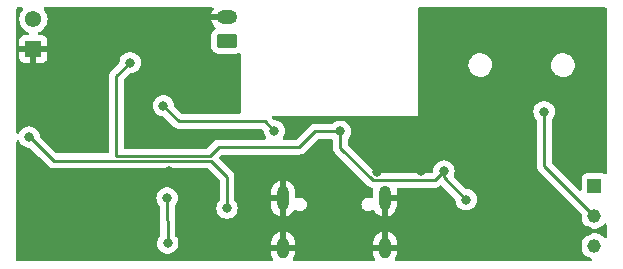
<source format=gbr>
%TF.GenerationSoftware,KiCad,Pcbnew,7.0.7*%
%TF.CreationDate,2024-02-01T03:43:03-06:00*%
%TF.ProjectId,Md-rev-1,4d642d72-6576-42d3-912e-6b696361645f,rev?*%
%TF.SameCoordinates,Original*%
%TF.FileFunction,Copper,L2,Bot*%
%TF.FilePolarity,Positive*%
%FSLAX46Y46*%
G04 Gerber Fmt 4.6, Leading zero omitted, Abs format (unit mm)*
G04 Created by KiCad (PCBNEW 7.0.7) date 2024-02-01 03:43:03*
%MOMM*%
%LPD*%
G01*
G04 APERTURE LIST*
G04 Aperture macros list*
%AMRoundRect*
0 Rectangle with rounded corners*
0 $1 Rounding radius*
0 $2 $3 $4 $5 $6 $7 $8 $9 X,Y pos of 4 corners*
0 Add a 4 corners polygon primitive as box body*
4,1,4,$2,$3,$4,$5,$6,$7,$8,$9,$2,$3,0*
0 Add four circle primitives for the rounded corners*
1,1,$1+$1,$2,$3*
1,1,$1+$1,$4,$5*
1,1,$1+$1,$6,$7*
1,1,$1+$1,$8,$9*
0 Add four rect primitives between the rounded corners*
20,1,$1+$1,$2,$3,$4,$5,0*
20,1,$1+$1,$4,$5,$6,$7,0*
20,1,$1+$1,$6,$7,$8,$9,0*
20,1,$1+$1,$8,$9,$2,$3,0*%
G04 Aperture macros list end*
%TA.AperFunction,ComponentPad*%
%ADD10R,1.378000X1.378000*%
%TD*%
%TA.AperFunction,ComponentPad*%
%ADD11C,1.378000*%
%TD*%
%TA.AperFunction,ComponentPad*%
%ADD12O,1.750000X1.200000*%
%TD*%
%TA.AperFunction,ComponentPad*%
%ADD13RoundRect,0.250000X0.625000X-0.350000X0.625000X0.350000X-0.625000X0.350000X-0.625000X-0.350000X0*%
%TD*%
%TA.AperFunction,ComponentPad*%
%ADD14C,1.160000*%
%TD*%
%TA.AperFunction,ComponentPad*%
%ADD15R,1.160000X1.160000*%
%TD*%
%TA.AperFunction,ComponentPad*%
%ADD16O,1.000000X2.100000*%
%TD*%
%TA.AperFunction,ComponentPad*%
%ADD17O,1.000000X1.800000*%
%TD*%
%TA.AperFunction,ViaPad*%
%ADD18C,0.800000*%
%TD*%
%TA.AperFunction,Conductor*%
%ADD19C,0.250000*%
%TD*%
G04 APERTURE END LIST*
D10*
%TO.P,,1*%
%TO.N,GND*%
X131450000Y-107670000D03*
%TD*%
D11*
%TO.P,,2*%
%TO.N,VDD*%
X131450000Y-105130000D03*
%TD*%
D12*
%TO.P,,2,2*%
%TO.N,GND*%
X147850000Y-105000000D03*
%TD*%
D13*
%TO.P,,1,1*%
%TO.N,/VBAT*%
X147850000Y-107000000D03*
%TD*%
D14*
%TO.P,,3*%
%TO.N,/OUTPUT*%
X178940000Y-124340000D03*
%TD*%
%TO.P,,2*%
%TO.N,Net-(J2-Pad2)*%
X178940000Y-121800000D03*
%TD*%
D15*
%TO.P,,1*%
%TO.N,unconnected-(R9-Pad1)*%
X178940000Y-119260000D03*
%TD*%
D16*
%TO.P,J1,S1,SHIELD*%
%TO.N,GND*%
X152580000Y-120325000D03*
D17*
X152580000Y-124505000D03*
D16*
X161220000Y-120325000D03*
D17*
X161220000Y-124505000D03*
%TD*%
D18*
%TO.N,GND*%
X178430000Y-123070000D03*
X164280000Y-117970000D03*
X170310000Y-117760000D03*
X161240000Y-114740000D03*
X164470000Y-114700000D03*
X167670000Y-114720000D03*
X170750000Y-114780000D03*
X179400000Y-114750000D03*
%TO.N,Net-(J2-Pad2)*%
X174690000Y-112980000D03*
%TO.N,GND*%
X168320000Y-123020000D03*
%TO.N,/VBAT*%
X142450000Y-112480000D03*
X151850000Y-114620000D03*
%TO.N,VDD*%
X157430000Y-114640000D03*
X168080000Y-120420000D03*
X166200000Y-118010000D03*
X139630000Y-108830000D03*
%TO.N,Net-(D2-A)*%
X147840000Y-121160000D03*
X131080000Y-115130000D03*
%TO.N,GND*%
X145240000Y-123255000D03*
X160540000Y-118120000D03*
X142890000Y-117970000D03*
X173080000Y-105010000D03*
%TO.N,/5V*%
X142770000Y-120280000D03*
X142820000Y-124110000D03*
%TD*%
D19*
%TO.N,Net-(J2-Pad2)*%
X174690000Y-112980000D02*
X174690000Y-117550000D01*
X174690000Y-117550000D02*
X178940000Y-121800000D01*
%TO.N,VDD*%
X157430000Y-114640000D02*
X155314595Y-114640000D01*
X138470000Y-116740000D02*
X138470000Y-109990000D01*
X146360000Y-116740000D02*
X138470000Y-116740000D01*
X155314595Y-114640000D02*
X153974595Y-115980000D01*
X147120000Y-115980000D02*
X146360000Y-116740000D01*
X138470000Y-109990000D02*
X139630000Y-108830000D01*
X153974595Y-115980000D02*
X147120000Y-115980000D01*
%TO.N,/VBAT*%
X151850000Y-114620000D02*
X151020000Y-113790000D01*
X151020000Y-113790000D02*
X143760000Y-113790000D01*
X143760000Y-113790000D02*
X142450000Y-112480000D01*
%TO.N,VDD*%
X157430000Y-114640000D02*
X157440000Y-114670000D01*
X157440000Y-116020000D02*
X157430000Y-114640000D01*
X160215000Y-118795000D02*
X157440000Y-116020000D01*
X165415000Y-118795000D02*
X160215000Y-118795000D01*
X166200000Y-118010000D02*
X165415000Y-118795000D01*
X168080000Y-120420000D02*
X166200000Y-118540000D01*
X166200000Y-118540000D02*
X166200000Y-118010000D01*
%TO.N,Net-(D2-A)*%
X133150000Y-117140000D02*
X131140000Y-115130000D01*
X147840000Y-118480000D02*
X146500000Y-117140000D01*
X131080000Y-115130000D02*
X131080000Y-115070000D01*
X131140000Y-115130000D02*
X131080000Y-115130000D01*
X147840000Y-121160000D02*
X147840000Y-118480000D01*
X131080000Y-115070000D02*
X131140000Y-115130000D01*
X146500000Y-117140000D02*
X133150000Y-117140000D01*
%TO.N,/5V*%
X142820000Y-124110000D02*
X142770000Y-124110000D01*
X142770000Y-120280000D02*
X142820000Y-124110000D01*
%TD*%
%TA.AperFunction,Conductor*%
%TO.N,GND*%
G36*
X179942539Y-104160185D02*
G01*
X179988294Y-104212989D01*
X179999500Y-104264500D01*
X179999499Y-118166026D01*
X179979814Y-118233065D01*
X179927010Y-118278820D01*
X179857852Y-118288764D01*
X179801188Y-118265292D01*
X179762331Y-118236204D01*
X179762328Y-118236202D01*
X179627482Y-118185908D01*
X179627483Y-118185908D01*
X179567883Y-118179501D01*
X179567881Y-118179500D01*
X179567873Y-118179500D01*
X179567864Y-118179500D01*
X178312129Y-118179500D01*
X178312123Y-118179501D01*
X178252516Y-118185908D01*
X178117671Y-118236202D01*
X178117664Y-118236206D01*
X178002455Y-118322452D01*
X178002452Y-118322455D01*
X177916206Y-118437664D01*
X177916202Y-118437671D01*
X177865908Y-118572517D01*
X177859501Y-118632116D01*
X177859500Y-118632135D01*
X177859500Y-119535547D01*
X177839815Y-119602586D01*
X177787011Y-119648341D01*
X177717853Y-119658285D01*
X177654297Y-119629260D01*
X177647819Y-119623228D01*
X175351819Y-117327228D01*
X175318334Y-117265905D01*
X175315500Y-117239547D01*
X175315500Y-113678687D01*
X175335185Y-113611648D01*
X175347350Y-113595715D01*
X175365891Y-113575122D01*
X175422533Y-113512216D01*
X175517179Y-113348284D01*
X175575674Y-113168256D01*
X175595460Y-112980000D01*
X175575674Y-112791744D01*
X175517179Y-112611716D01*
X175422533Y-112447784D01*
X175295871Y-112307112D01*
X175274719Y-112291744D01*
X175142734Y-112195851D01*
X175142729Y-112195848D01*
X174969807Y-112118857D01*
X174969802Y-112118855D01*
X174824000Y-112087865D01*
X174784646Y-112079500D01*
X174595354Y-112079500D01*
X174562897Y-112086398D01*
X174410197Y-112118855D01*
X174410192Y-112118857D01*
X174237270Y-112195848D01*
X174237265Y-112195851D01*
X174084129Y-112307111D01*
X173957466Y-112447785D01*
X173862821Y-112611715D01*
X173862818Y-112611722D01*
X173804327Y-112791740D01*
X173804326Y-112791744D01*
X173784540Y-112980000D01*
X173804326Y-113168256D01*
X173804327Y-113168259D01*
X173862818Y-113348277D01*
X173862821Y-113348284D01*
X173957466Y-113512215D01*
X174032649Y-113595715D01*
X174062879Y-113658707D01*
X174064499Y-113678687D01*
X174064500Y-117467255D01*
X174062775Y-117482872D01*
X174063061Y-117482899D01*
X174062326Y-117490665D01*
X174064500Y-117559814D01*
X174064500Y-117589343D01*
X174064501Y-117589360D01*
X174065368Y-117596231D01*
X174065826Y-117602050D01*
X174067290Y-117648624D01*
X174067291Y-117648627D01*
X174072880Y-117667867D01*
X174076824Y-117686911D01*
X174079336Y-117706792D01*
X174089952Y-117733606D01*
X174096490Y-117750119D01*
X174098382Y-117755647D01*
X174111381Y-117800388D01*
X174121580Y-117817634D01*
X174130138Y-117835103D01*
X174137514Y-117853732D01*
X174164898Y-117891423D01*
X174168106Y-117896307D01*
X174191827Y-117936416D01*
X174191833Y-117936424D01*
X174205990Y-117950580D01*
X174218628Y-117965376D01*
X174230405Y-117981586D01*
X174230406Y-117981587D01*
X174266309Y-118011288D01*
X174270620Y-118015210D01*
X176090320Y-119834910D01*
X177830716Y-121575306D01*
X177864201Y-121636629D01*
X177866506Y-121674427D01*
X177854871Y-121799997D01*
X177854870Y-121800000D01*
X177873346Y-121999391D01*
X177873347Y-121999393D01*
X177928145Y-122191989D01*
X177928151Y-122192004D01*
X178017401Y-122371241D01*
X178017406Y-122371249D01*
X178138081Y-122531049D01*
X178265386Y-122647102D01*
X178286064Y-122665952D01*
X178456316Y-122771368D01*
X178643040Y-122843705D01*
X178839877Y-122880500D01*
X178839879Y-122880500D01*
X179040121Y-122880500D01*
X179040123Y-122880500D01*
X179236960Y-122843705D01*
X179423684Y-122771368D01*
X179593936Y-122665952D01*
X179741920Y-122531047D01*
X179776546Y-122485193D01*
X179832654Y-122443559D01*
X179902366Y-122438866D01*
X179963548Y-122472608D01*
X179996776Y-122534071D01*
X179999500Y-122559921D01*
X179999500Y-123580078D01*
X179979815Y-123647117D01*
X179927011Y-123692872D01*
X179857853Y-123702816D01*
X179794297Y-123673791D01*
X179776546Y-123654805D01*
X179741918Y-123608951D01*
X179593937Y-123474049D01*
X179593936Y-123474048D01*
X179506239Y-123419748D01*
X179423685Y-123368632D01*
X179423683Y-123368631D01*
X179272721Y-123310149D01*
X179236960Y-123296295D01*
X179040123Y-123259500D01*
X178839877Y-123259500D01*
X178643040Y-123296295D01*
X178643037Y-123296295D01*
X178643037Y-123296296D01*
X178456316Y-123368631D01*
X178456314Y-123368632D01*
X178286062Y-123474049D01*
X178138081Y-123608950D01*
X178017406Y-123768750D01*
X178017401Y-123768758D01*
X177928151Y-123947995D01*
X177928145Y-123948010D01*
X177873347Y-124140606D01*
X177873346Y-124140608D01*
X177854870Y-124339999D01*
X177854870Y-124340000D01*
X177873346Y-124539391D01*
X177873347Y-124539393D01*
X177928145Y-124731989D01*
X177928151Y-124732004D01*
X178017401Y-124911241D01*
X178017406Y-124911249D01*
X178138081Y-125071049D01*
X178265386Y-125187102D01*
X178286064Y-125205952D01*
X178415733Y-125286240D01*
X178440202Y-125301391D01*
X178456316Y-125311368D01*
X178643040Y-125383705D01*
X178643044Y-125383705D01*
X178643045Y-125383706D01*
X178648547Y-125385272D01*
X178648200Y-125386489D01*
X178704820Y-125415278D01*
X178740095Y-125475590D01*
X178737162Y-125545398D01*
X178696954Y-125602539D01*
X178632236Y-125628870D01*
X178619756Y-125629500D01*
X162171497Y-125629500D01*
X162104458Y-125609815D01*
X162058703Y-125557011D01*
X162048759Y-125487853D01*
X162069722Y-125434663D01*
X162098856Y-125392804D01*
X162179059Y-125205907D01*
X162220000Y-125006690D01*
X162220000Y-124755000D01*
X161644000Y-124755000D01*
X161576961Y-124735315D01*
X161531206Y-124682511D01*
X161520000Y-124631000D01*
X161520000Y-124379000D01*
X161539685Y-124311961D01*
X161592489Y-124266206D01*
X161644000Y-124255000D01*
X162220000Y-124255000D01*
X162220000Y-124054286D01*
X162204581Y-123902661D01*
X162143700Y-123708618D01*
X162143695Y-123708608D01*
X162044994Y-123530784D01*
X162044994Y-123530783D01*
X161912521Y-123376469D01*
X161912520Y-123376468D01*
X161751695Y-123251981D01*
X161569093Y-123162411D01*
X161470000Y-123136753D01*
X161470000Y-123700021D01*
X161450315Y-123767060D01*
X161397511Y-123812815D01*
X161328353Y-123822759D01*
X161312066Y-123819287D01*
X161248162Y-123801105D01*
X161248162Y-123801104D01*
X161136475Y-123811454D01*
X161127931Y-123813885D01*
X161058064Y-123813297D01*
X160999606Y-123775028D01*
X160971118Y-123711230D01*
X160970000Y-123694618D01*
X160970000Y-123131633D01*
X160968053Y-123131931D01*
X160968047Y-123131933D01*
X160777342Y-123202562D01*
X160777335Y-123202565D01*
X160604732Y-123310149D01*
X160457331Y-123450264D01*
X160457330Y-123450266D01*
X160341143Y-123617195D01*
X160260940Y-123804092D01*
X160220000Y-124003309D01*
X160220000Y-124255000D01*
X160796000Y-124255000D01*
X160863039Y-124274685D01*
X160908794Y-124327489D01*
X160920000Y-124379000D01*
X160920000Y-124631000D01*
X160900315Y-124698039D01*
X160847511Y-124743794D01*
X160796000Y-124755000D01*
X160220000Y-124755000D01*
X160220000Y-124955713D01*
X160235418Y-125107338D01*
X160296299Y-125301381D01*
X160296304Y-125301391D01*
X160376193Y-125445322D01*
X160391516Y-125513491D01*
X160367553Y-125579122D01*
X160311910Y-125621379D01*
X160267774Y-125629500D01*
X153531497Y-125629500D01*
X153464458Y-125609815D01*
X153418703Y-125557011D01*
X153408759Y-125487853D01*
X153429722Y-125434663D01*
X153458856Y-125392804D01*
X153539059Y-125205907D01*
X153580000Y-125006690D01*
X153580000Y-124755000D01*
X153004000Y-124755000D01*
X152936961Y-124735315D01*
X152891206Y-124682511D01*
X152880000Y-124631000D01*
X152880000Y-124379000D01*
X152899685Y-124311961D01*
X152952489Y-124266206D01*
X153004000Y-124255000D01*
X153580000Y-124255000D01*
X153580000Y-124054286D01*
X153564581Y-123902661D01*
X153503700Y-123708618D01*
X153503695Y-123708608D01*
X153404994Y-123530784D01*
X153404994Y-123530783D01*
X153272521Y-123376469D01*
X153272520Y-123376468D01*
X153111695Y-123251981D01*
X152929093Y-123162411D01*
X152830000Y-123136753D01*
X152830000Y-123700021D01*
X152810315Y-123767060D01*
X152757511Y-123812815D01*
X152688353Y-123822759D01*
X152672066Y-123819287D01*
X152608162Y-123801105D01*
X152608162Y-123801104D01*
X152496475Y-123811454D01*
X152487931Y-123813885D01*
X152418064Y-123813297D01*
X152359606Y-123775028D01*
X152331118Y-123711230D01*
X152330000Y-123694618D01*
X152330000Y-123131633D01*
X152328053Y-123131931D01*
X152328047Y-123131933D01*
X152137342Y-123202562D01*
X152137335Y-123202565D01*
X151964732Y-123310149D01*
X151817331Y-123450264D01*
X151817330Y-123450266D01*
X151701143Y-123617195D01*
X151620940Y-123804092D01*
X151580000Y-124003309D01*
X151580000Y-124255000D01*
X152156000Y-124255000D01*
X152223039Y-124274685D01*
X152268794Y-124327489D01*
X152280000Y-124379000D01*
X152280000Y-124631000D01*
X152260315Y-124698039D01*
X152207511Y-124743794D01*
X152156000Y-124755000D01*
X151580000Y-124755000D01*
X151580000Y-124955713D01*
X151595418Y-125107338D01*
X151656299Y-125301381D01*
X151656304Y-125301391D01*
X151736193Y-125445322D01*
X151751516Y-125513491D01*
X151727553Y-125579122D01*
X151671910Y-125621379D01*
X151627774Y-125629500D01*
X130124500Y-125629500D01*
X130057461Y-125609815D01*
X130011706Y-125557011D01*
X130000500Y-125505500D01*
X130000500Y-120280000D01*
X141864540Y-120280000D01*
X141884326Y-120468256D01*
X141884327Y-120468259D01*
X141942818Y-120648277D01*
X141942821Y-120648284D01*
X142037467Y-120812216D01*
X142121840Y-120905922D01*
X142152070Y-120968912D01*
X142153679Y-120987274D01*
X142185435Y-123419748D01*
X142166628Y-123487039D01*
X142153597Y-123504338D01*
X142087466Y-123577785D01*
X141992821Y-123741715D01*
X141992818Y-123741722D01*
X141953917Y-123861448D01*
X141934326Y-123921744D01*
X141914540Y-124110000D01*
X141934326Y-124298256D01*
X141934327Y-124298259D01*
X141992818Y-124478277D01*
X141992821Y-124478284D01*
X142087467Y-124642216D01*
X142214128Y-124782888D01*
X142214129Y-124782888D01*
X142367265Y-124894148D01*
X142367270Y-124894151D01*
X142540192Y-124971142D01*
X142540197Y-124971144D01*
X142725354Y-125010500D01*
X142725355Y-125010500D01*
X142914644Y-125010500D01*
X142914646Y-125010500D01*
X143099803Y-124971144D01*
X143272730Y-124894151D01*
X143425871Y-124782888D01*
X143552533Y-124642216D01*
X143647179Y-124478284D01*
X143705674Y-124298256D01*
X143725460Y-124110000D01*
X143705674Y-123921744D01*
X143647179Y-123741716D01*
X143575287Y-123617195D01*
X143552535Y-123577787D01*
X143552534Y-123577786D01*
X143552533Y-123577784D01*
X143468156Y-123484074D01*
X143437928Y-123421086D01*
X143436319Y-123402733D01*
X143404563Y-120970249D01*
X143423370Y-120902960D01*
X143436400Y-120885662D01*
X143502533Y-120812216D01*
X143597179Y-120648284D01*
X143655674Y-120468256D01*
X143675460Y-120280000D01*
X143655674Y-120091744D01*
X143597179Y-119911716D01*
X143502533Y-119747784D01*
X143375871Y-119607112D01*
X143375870Y-119607111D01*
X143222734Y-119495851D01*
X143222729Y-119495848D01*
X143049807Y-119418857D01*
X143049802Y-119418855D01*
X142896054Y-119386176D01*
X142864646Y-119379500D01*
X142675354Y-119379500D01*
X142643946Y-119386176D01*
X142490197Y-119418855D01*
X142490192Y-119418857D01*
X142317270Y-119495848D01*
X142317265Y-119495851D01*
X142164129Y-119607111D01*
X142037466Y-119747785D01*
X141942821Y-119911715D01*
X141942818Y-119911722D01*
X141897330Y-120051722D01*
X141884326Y-120091744D01*
X141864540Y-120280000D01*
X130000500Y-120280000D01*
X130000500Y-115504625D01*
X130020185Y-115437586D01*
X130072989Y-115391831D01*
X130142147Y-115381887D01*
X130205703Y-115410912D01*
X130242431Y-115466308D01*
X130252817Y-115498275D01*
X130252821Y-115498284D01*
X130347467Y-115662216D01*
X130474128Y-115802888D01*
X130474129Y-115802888D01*
X130627265Y-115914148D01*
X130627270Y-115914151D01*
X130800192Y-115991142D01*
X130800197Y-115991144D01*
X130985354Y-116030500D01*
X131104548Y-116030500D01*
X131171587Y-116050185D01*
X131192228Y-116066818D01*
X131952074Y-116826665D01*
X132649197Y-117523788D01*
X132659022Y-117536051D01*
X132659243Y-117535869D01*
X132664214Y-117541878D01*
X132690217Y-117566295D01*
X132714635Y-117589226D01*
X132735529Y-117610120D01*
X132741011Y-117614373D01*
X132745443Y-117618157D01*
X132779418Y-117650062D01*
X132796976Y-117659714D01*
X132813235Y-117670395D01*
X132829064Y-117682673D01*
X132871838Y-117701182D01*
X132877056Y-117703738D01*
X132917908Y-117726197D01*
X132937316Y-117731180D01*
X132955717Y-117737480D01*
X132974104Y-117745437D01*
X133017488Y-117752308D01*
X133020119Y-117752725D01*
X133025839Y-117753909D01*
X133070981Y-117765500D01*
X133091016Y-117765500D01*
X133110414Y-117767026D01*
X133130194Y-117770159D01*
X133130195Y-117770160D01*
X133130195Y-117770159D01*
X133130196Y-117770160D01*
X133176583Y-117765775D01*
X133182422Y-117765500D01*
X146189548Y-117765500D01*
X146256587Y-117785185D01*
X146277229Y-117801819D01*
X147178181Y-118702771D01*
X147211666Y-118764094D01*
X147214500Y-118790452D01*
X147214500Y-120461312D01*
X147194815Y-120528351D01*
X147182650Y-120544284D01*
X147107466Y-120627784D01*
X147012821Y-120791715D01*
X147012818Y-120791722D01*
X146960671Y-120952216D01*
X146954326Y-120971744D01*
X146934540Y-121160000D01*
X146954326Y-121348256D01*
X146954327Y-121348259D01*
X147012818Y-121528277D01*
X147012821Y-121528284D01*
X147107467Y-121692216D01*
X147220354Y-121817589D01*
X147234129Y-121832888D01*
X147387265Y-121944148D01*
X147387270Y-121944151D01*
X147560192Y-122021142D01*
X147560197Y-122021144D01*
X147745354Y-122060500D01*
X147745355Y-122060500D01*
X147934644Y-122060500D01*
X147934646Y-122060500D01*
X148119803Y-122021144D01*
X148292730Y-121944151D01*
X148445871Y-121832888D01*
X148572533Y-121692216D01*
X148667179Y-121528284D01*
X148725674Y-121348256D01*
X148745460Y-121160000D01*
X148725674Y-120971744D01*
X148710718Y-120925713D01*
X151580000Y-120925713D01*
X151595418Y-121077338D01*
X151656299Y-121271381D01*
X151656304Y-121271391D01*
X151755005Y-121449215D01*
X151755005Y-121449216D01*
X151887478Y-121603530D01*
X151887479Y-121603531D01*
X152048304Y-121728018D01*
X152230907Y-121817589D01*
X152330000Y-121843244D01*
X152330000Y-121279978D01*
X152349685Y-121212939D01*
X152402489Y-121167184D01*
X152471647Y-121157240D01*
X152487926Y-121160709D01*
X152551840Y-121178895D01*
X152663521Y-121168546D01*
X152663526Y-121168543D01*
X152672063Y-121166115D01*
X152741930Y-121166701D01*
X152800390Y-121204966D01*
X152828881Y-121268763D01*
X152830000Y-121285381D01*
X152830000Y-121848366D01*
X152831944Y-121848069D01*
X152831945Y-121848069D01*
X153022660Y-121777436D01*
X153022664Y-121777434D01*
X153195267Y-121669850D01*
X153342668Y-121529735D01*
X153342669Y-121529733D01*
X153458855Y-121362805D01*
X153471921Y-121332358D01*
X153516447Y-121278513D01*
X153583015Y-121257289D01*
X153650491Y-121275423D01*
X153661359Y-121282880D01*
X153692728Y-121306950D01*
X153719767Y-121327698D01*
X153859764Y-121385687D01*
X153972280Y-121400500D01*
X153972287Y-121400500D01*
X154047713Y-121400500D01*
X154047720Y-121400500D01*
X154160236Y-121385687D01*
X154300233Y-121327698D01*
X154420451Y-121235451D01*
X154512698Y-121115233D01*
X154570687Y-120975236D01*
X154590466Y-120825000D01*
X154570687Y-120674764D01*
X154512698Y-120534767D01*
X154420451Y-120414549D01*
X154300233Y-120322302D01*
X154300229Y-120322300D01*
X154207274Y-120283797D01*
X154160236Y-120264313D01*
X154140039Y-120261654D01*
X154047727Y-120249500D01*
X154047720Y-120249500D01*
X153972280Y-120249500D01*
X153972272Y-120249500D01*
X153859764Y-120264313D01*
X153859760Y-120264314D01*
X153751452Y-120309176D01*
X153681982Y-120316645D01*
X153619503Y-120285369D01*
X153583852Y-120225280D01*
X153580000Y-120194615D01*
X153580000Y-119724286D01*
X153564581Y-119572661D01*
X153503700Y-119378618D01*
X153503695Y-119378608D01*
X153404994Y-119200784D01*
X153404994Y-119200783D01*
X153272521Y-119046469D01*
X153272520Y-119046468D01*
X153111695Y-118921981D01*
X152929093Y-118832411D01*
X152830000Y-118806753D01*
X152830000Y-119370021D01*
X152810315Y-119437060D01*
X152757511Y-119482815D01*
X152688353Y-119492759D01*
X152672066Y-119489287D01*
X152608162Y-119471105D01*
X152608162Y-119471104D01*
X152496475Y-119481454D01*
X152487931Y-119483885D01*
X152418064Y-119483297D01*
X152359606Y-119445028D01*
X152331118Y-119381230D01*
X152330000Y-119364618D01*
X152330000Y-118801633D01*
X152328053Y-118801931D01*
X152328047Y-118801933D01*
X152137342Y-118872562D01*
X152137335Y-118872565D01*
X151964732Y-118980149D01*
X151817331Y-119120264D01*
X151817330Y-119120266D01*
X151701143Y-119287195D01*
X151620940Y-119474092D01*
X151580000Y-119673309D01*
X151580000Y-120075000D01*
X152156000Y-120075000D01*
X152223039Y-120094685D01*
X152268794Y-120147489D01*
X152280000Y-120199000D01*
X152280000Y-120451000D01*
X152260315Y-120518039D01*
X152207511Y-120563794D01*
X152156000Y-120575000D01*
X151580000Y-120575000D01*
X151580000Y-120925713D01*
X148710718Y-120925713D01*
X148667179Y-120791716D01*
X148572533Y-120627784D01*
X148554950Y-120608256D01*
X148497350Y-120544284D01*
X148467120Y-120481292D01*
X148465500Y-120461312D01*
X148465500Y-118562738D01*
X148467224Y-118547124D01*
X148466938Y-118547097D01*
X148467672Y-118539334D01*
X148465500Y-118470203D01*
X148465500Y-118440651D01*
X148465500Y-118440650D01*
X148464629Y-118433759D01*
X148464172Y-118427945D01*
X148462709Y-118381372D01*
X148457122Y-118362144D01*
X148453174Y-118343084D01*
X148450664Y-118323208D01*
X148433507Y-118279875D01*
X148431619Y-118274359D01*
X148418619Y-118229612D01*
X148408418Y-118212363D01*
X148399860Y-118194894D01*
X148392486Y-118176268D01*
X148392483Y-118176264D01*
X148392483Y-118176263D01*
X148365098Y-118138571D01*
X148361890Y-118133687D01*
X148338172Y-118093582D01*
X148338163Y-118093571D01*
X148324005Y-118079413D01*
X148311370Y-118064620D01*
X148299593Y-118048412D01*
X148263693Y-118018713D01*
X148259381Y-118014790D01*
X147202271Y-116957680D01*
X147168786Y-116896357D01*
X147173770Y-116826665D01*
X147202270Y-116782318D01*
X147250348Y-116734241D01*
X147342774Y-116641818D01*
X147404097Y-116608334D01*
X147430454Y-116605500D01*
X153891852Y-116605500D01*
X153907472Y-116607224D01*
X153907499Y-116606939D01*
X153915255Y-116607671D01*
X153915262Y-116607673D01*
X153984409Y-116605500D01*
X154013945Y-116605500D01*
X154020823Y-116604630D01*
X154026636Y-116604172D01*
X154073222Y-116602709D01*
X154092464Y-116597117D01*
X154111507Y-116593174D01*
X154131387Y-116590664D01*
X154174717Y-116573507D01*
X154180241Y-116571617D01*
X154183991Y-116570527D01*
X154224985Y-116558618D01*
X154242224Y-116548422D01*
X154259698Y-116539862D01*
X154278322Y-116532488D01*
X154278322Y-116532487D01*
X154278327Y-116532486D01*
X154316044Y-116505082D01*
X154320900Y-116501892D01*
X154361015Y-116478170D01*
X154375184Y-116463999D01*
X154389974Y-116451368D01*
X154406182Y-116439594D01*
X154435894Y-116403676D01*
X154439807Y-116399376D01*
X155537366Y-115301819D01*
X155598690Y-115268334D01*
X155625048Y-115265500D01*
X156685911Y-115265500D01*
X156752950Y-115285185D01*
X156798705Y-115337989D01*
X156809908Y-115388602D01*
X156813896Y-115939046D01*
X156812427Y-115952845D01*
X156813060Y-115952905D01*
X156812326Y-115960664D01*
X156814571Y-116032093D01*
X156814802Y-116063890D01*
X156815389Y-116068280D01*
X156815904Y-116074542D01*
X156817290Y-116118626D01*
X156823640Y-116140481D01*
X156827469Y-116158640D01*
X156830486Y-116181205D01*
X156830489Y-116181218D01*
X156847017Y-116222092D01*
X156849077Y-116228039D01*
X156861381Y-116270388D01*
X156861384Y-116270395D01*
X156872970Y-116289986D01*
X156881193Y-116306618D01*
X156889729Y-116327727D01*
X156915918Y-116363229D01*
X156919381Y-116368460D01*
X156941829Y-116406419D01*
X156957923Y-116422513D01*
X156970024Y-116436576D01*
X156983545Y-116454906D01*
X157012099Y-116478181D01*
X157017730Y-116482771D01*
X157022390Y-116486980D01*
X158370513Y-117835103D01*
X159714194Y-119178784D01*
X159724019Y-119191048D01*
X159724240Y-119190866D01*
X159729210Y-119196873D01*
X159729213Y-119196876D01*
X159729214Y-119196877D01*
X159779651Y-119244241D01*
X159800530Y-119265120D01*
X159806004Y-119269366D01*
X159810442Y-119273156D01*
X159844418Y-119305062D01*
X159844422Y-119305064D01*
X159861973Y-119314713D01*
X159878231Y-119325392D01*
X159894064Y-119337674D01*
X159916015Y-119347172D01*
X159936837Y-119356183D01*
X159942081Y-119358752D01*
X159982908Y-119381197D01*
X160002312Y-119386179D01*
X160020710Y-119392478D01*
X160039105Y-119400438D01*
X160085129Y-119407726D01*
X160090832Y-119408907D01*
X160135981Y-119420500D01*
X160143539Y-119422441D01*
X160143200Y-119423758D01*
X160199665Y-119448379D01*
X160238447Y-119506498D01*
X160241551Y-119568437D01*
X160220000Y-119673308D01*
X160220000Y-120194615D01*
X160200315Y-120261654D01*
X160147511Y-120307409D01*
X160078353Y-120317353D01*
X160048548Y-120309176D01*
X159940239Y-120264314D01*
X159940237Y-120264313D01*
X159940236Y-120264313D01*
X159920039Y-120261654D01*
X159827727Y-120249500D01*
X159827720Y-120249500D01*
X159752280Y-120249500D01*
X159752272Y-120249500D01*
X159639764Y-120264313D01*
X159639763Y-120264313D01*
X159499770Y-120322300D01*
X159499767Y-120322301D01*
X159499767Y-120322302D01*
X159379549Y-120414549D01*
X159307142Y-120508912D01*
X159287300Y-120534770D01*
X159229313Y-120674763D01*
X159229312Y-120674765D01*
X159209534Y-120824999D01*
X159209534Y-120825000D01*
X159229312Y-120975234D01*
X159229313Y-120975236D01*
X159287124Y-121114805D01*
X159287302Y-121115233D01*
X159379549Y-121235451D01*
X159499767Y-121327698D01*
X159639764Y-121385687D01*
X159752280Y-121400500D01*
X159752287Y-121400500D01*
X159827713Y-121400500D01*
X159827720Y-121400500D01*
X159940236Y-121385687D01*
X160080233Y-121327698D01*
X160139578Y-121282160D01*
X160204746Y-121256966D01*
X160273191Y-121271004D01*
X160323181Y-121319817D01*
X160323483Y-121320358D01*
X160395005Y-121449215D01*
X160395005Y-121449216D01*
X160527478Y-121603530D01*
X160527479Y-121603531D01*
X160688304Y-121728018D01*
X160870907Y-121817589D01*
X160970000Y-121843244D01*
X160970000Y-121279978D01*
X160989685Y-121212939D01*
X161042489Y-121167184D01*
X161111647Y-121157240D01*
X161127926Y-121160709D01*
X161191840Y-121178895D01*
X161303521Y-121168546D01*
X161303526Y-121168543D01*
X161312063Y-121166115D01*
X161381930Y-121166701D01*
X161440390Y-121204966D01*
X161468881Y-121268763D01*
X161470000Y-121285381D01*
X161470000Y-121848366D01*
X161471944Y-121848069D01*
X161471945Y-121848069D01*
X161662660Y-121777436D01*
X161662664Y-121777434D01*
X161835267Y-121669850D01*
X161982668Y-121529735D01*
X161982669Y-121529733D01*
X162098856Y-121362804D01*
X162179059Y-121175907D01*
X162220000Y-120976690D01*
X162220000Y-120575000D01*
X161644000Y-120575000D01*
X161576961Y-120555315D01*
X161531206Y-120502511D01*
X161520000Y-120451000D01*
X161520000Y-120199000D01*
X161539685Y-120131961D01*
X161592489Y-120086206D01*
X161644000Y-120075000D01*
X162220000Y-120075000D01*
X162220000Y-119724286D01*
X162204581Y-119572666D01*
X162203923Y-119569462D01*
X162204072Y-119567661D01*
X162203945Y-119566407D01*
X162204178Y-119566383D01*
X162209710Y-119499832D01*
X162252222Y-119444384D01*
X162317963Y-119420722D01*
X162325385Y-119420500D01*
X165332257Y-119420500D01*
X165347877Y-119422224D01*
X165347904Y-119421939D01*
X165355660Y-119422671D01*
X165355667Y-119422673D01*
X165424814Y-119420500D01*
X165454350Y-119420500D01*
X165461228Y-119419630D01*
X165467041Y-119419172D01*
X165513627Y-119417709D01*
X165532869Y-119412117D01*
X165551912Y-119408174D01*
X165571792Y-119405664D01*
X165615122Y-119388507D01*
X165620646Y-119386617D01*
X165624396Y-119385527D01*
X165665390Y-119373618D01*
X165682629Y-119363422D01*
X165700103Y-119354862D01*
X165718727Y-119347488D01*
X165718727Y-119347487D01*
X165718732Y-119347486D01*
X165756449Y-119320082D01*
X165761305Y-119316892D01*
X165801420Y-119293170D01*
X165815589Y-119278999D01*
X165830379Y-119266368D01*
X165846587Y-119254594D01*
X165846590Y-119254589D01*
X165852274Y-119249254D01*
X165854316Y-119251428D01*
X165900589Y-119220133D01*
X165970439Y-119218494D01*
X166025986Y-119250577D01*
X167141038Y-120365629D01*
X167174523Y-120426952D01*
X167176678Y-120440348D01*
X167179612Y-120468259D01*
X167194326Y-120608256D01*
X167194327Y-120608259D01*
X167252818Y-120788277D01*
X167252821Y-120788284D01*
X167347467Y-120952216D01*
X167422606Y-121035666D01*
X167474129Y-121092888D01*
X167627265Y-121204148D01*
X167627270Y-121204151D01*
X167800192Y-121281142D01*
X167800197Y-121281144D01*
X167985354Y-121320500D01*
X167985355Y-121320500D01*
X168174644Y-121320500D01*
X168174646Y-121320500D01*
X168359803Y-121281144D01*
X168532730Y-121204151D01*
X168685871Y-121092888D01*
X168812533Y-120952216D01*
X168907179Y-120788284D01*
X168965674Y-120608256D01*
X168985460Y-120420000D01*
X168965674Y-120231744D01*
X168907179Y-120051716D01*
X168812533Y-119887784D01*
X168685871Y-119747112D01*
X168647068Y-119718920D01*
X168532734Y-119635851D01*
X168532729Y-119635848D01*
X168359807Y-119558857D01*
X168359802Y-119558855D01*
X168214000Y-119527865D01*
X168174646Y-119519500D01*
X168174645Y-119519500D01*
X168115453Y-119519500D01*
X168048414Y-119499815D01*
X168027772Y-119483181D01*
X167055308Y-118510717D01*
X167021823Y-118449394D01*
X167026436Y-118384876D01*
X167025171Y-118384465D01*
X167056266Y-118288764D01*
X167085674Y-118198256D01*
X167105460Y-118010000D01*
X167085674Y-117821744D01*
X167027179Y-117641716D01*
X166932533Y-117477784D01*
X166805871Y-117337112D01*
X166792267Y-117327228D01*
X166652734Y-117225851D01*
X166652729Y-117225848D01*
X166479807Y-117148857D01*
X166479802Y-117148855D01*
X166334000Y-117117865D01*
X166294646Y-117109500D01*
X166105354Y-117109500D01*
X166072897Y-117116398D01*
X165920197Y-117148855D01*
X165920192Y-117148857D01*
X165747270Y-117225848D01*
X165747265Y-117225851D01*
X165594129Y-117337111D01*
X165467466Y-117477785D01*
X165372821Y-117641715D01*
X165372818Y-117641722D01*
X165321265Y-117800388D01*
X165314326Y-117821744D01*
X165302273Y-117936424D01*
X165296679Y-117989649D01*
X165270094Y-118054263D01*
X165261040Y-118064368D01*
X165192228Y-118133181D01*
X165130905Y-118166666D01*
X165104546Y-118169500D01*
X160525452Y-118169500D01*
X160458413Y-118149815D01*
X160437771Y-118133181D01*
X158099572Y-115794981D01*
X158066087Y-115733658D01*
X158063256Y-115708204D01*
X158060544Y-115333983D01*
X158079742Y-115266805D01*
X158092387Y-115250120D01*
X158162533Y-115172216D01*
X158257179Y-115008284D01*
X158315674Y-114828256D01*
X158335460Y-114640000D01*
X158315674Y-114451744D01*
X158257179Y-114271716D01*
X158162533Y-114107784D01*
X158035871Y-113967112D01*
X158035870Y-113967111D01*
X157882734Y-113855851D01*
X157882729Y-113855848D01*
X157709807Y-113778857D01*
X157709802Y-113778855D01*
X157564000Y-113747865D01*
X157524646Y-113739500D01*
X157335354Y-113739500D01*
X157302897Y-113746398D01*
X157150197Y-113778855D01*
X157150192Y-113778857D01*
X156977270Y-113855848D01*
X156977265Y-113855851D01*
X156824130Y-113967110D01*
X156824126Y-113967114D01*
X156818400Y-113973474D01*
X156758913Y-114010121D01*
X156726252Y-114014500D01*
X155397333Y-114014500D01*
X155381716Y-114012776D01*
X155381689Y-114013062D01*
X155373927Y-114012327D01*
X155304799Y-114014500D01*
X155275245Y-114014500D01*
X155274524Y-114014590D01*
X155268352Y-114015369D01*
X155262540Y-114015826D01*
X155215968Y-114017290D01*
X155215967Y-114017290D01*
X155196724Y-114022881D01*
X155177674Y-114026825D01*
X155157806Y-114029334D01*
X155157804Y-114029335D01*
X155114479Y-114046488D01*
X155108952Y-114048380D01*
X155064205Y-114061381D01*
X155064204Y-114061382D01*
X155046962Y-114071579D01*
X155029494Y-114080137D01*
X155010864Y-114087513D01*
X155010862Y-114087514D01*
X154973171Y-114114898D01*
X154968289Y-114118105D01*
X154928174Y-114141830D01*
X154914003Y-114156000D01*
X154899218Y-114168628D01*
X154883007Y-114180407D01*
X154853304Y-114216310D01*
X154849372Y-114220631D01*
X153751823Y-115318181D01*
X153690500Y-115351666D01*
X153664142Y-115354500D01*
X152678904Y-115354500D01*
X152611865Y-115334815D01*
X152566110Y-115282011D01*
X152556166Y-115212853D01*
X152580774Y-115158967D01*
X152578715Y-115157471D01*
X152582529Y-115152220D01*
X152582533Y-115152216D01*
X152677179Y-114988284D01*
X152735674Y-114808256D01*
X152755460Y-114620000D01*
X152735674Y-114431744D01*
X152677179Y-114251716D01*
X152582533Y-114087784D01*
X152455871Y-113947112D01*
X152455870Y-113947111D01*
X152302734Y-113835851D01*
X152302729Y-113835848D01*
X152129807Y-113758857D01*
X152129802Y-113758855D01*
X151984001Y-113727865D01*
X151944646Y-113719500D01*
X151944645Y-113719500D01*
X151885453Y-113719500D01*
X151818414Y-113699815D01*
X151797772Y-113683181D01*
X151666772Y-113552181D01*
X151633287Y-113490858D01*
X151638271Y-113421166D01*
X151680143Y-113365233D01*
X151745607Y-113340816D01*
X151754453Y-113340500D01*
X163975240Y-113340500D01*
X163975383Y-113340528D01*
X163975384Y-113340524D01*
X163999997Y-113340539D01*
X164000000Y-113340541D01*
X164000383Y-113340383D01*
X164000500Y-113340099D01*
X164000541Y-113340000D01*
X164000540Y-113339997D01*
X164000583Y-113315889D01*
X164000500Y-113315467D01*
X164000500Y-109080936D01*
X168275631Y-109080936D01*
X168306442Y-109282063D01*
X168306445Y-109282075D01*
X168377111Y-109472881D01*
X168377113Y-109472884D01*
X168377114Y-109472887D01*
X168395814Y-109502888D01*
X168484745Y-109645567D01*
X168484749Y-109645572D01*
X168600003Y-109766819D01*
X168624941Y-109793053D01*
X168725463Y-109863018D01*
X168791949Y-109909294D01*
X168791950Y-109909294D01*
X168791951Y-109909295D01*
X168978942Y-109989540D01*
X169178259Y-110030500D01*
X169330743Y-110030500D01*
X169482439Y-110015074D01*
X169676579Y-109954162D01*
X169676580Y-109954161D01*
X169676588Y-109954159D01*
X169854502Y-109855409D01*
X170008895Y-109722866D01*
X170133448Y-109561958D01*
X170223060Y-109379271D01*
X170274063Y-109182285D01*
X170279203Y-109080936D01*
X175275631Y-109080936D01*
X175306442Y-109282063D01*
X175306445Y-109282075D01*
X175377111Y-109472881D01*
X175377113Y-109472884D01*
X175377114Y-109472887D01*
X175395814Y-109502888D01*
X175484745Y-109645567D01*
X175484749Y-109645572D01*
X175600003Y-109766819D01*
X175624941Y-109793053D01*
X175725463Y-109863018D01*
X175791949Y-109909294D01*
X175791950Y-109909294D01*
X175791951Y-109909295D01*
X175978942Y-109989540D01*
X176178259Y-110030500D01*
X176330743Y-110030500D01*
X176482439Y-110015074D01*
X176676579Y-109954162D01*
X176676580Y-109954161D01*
X176676588Y-109954159D01*
X176854502Y-109855409D01*
X177008895Y-109722866D01*
X177133448Y-109561958D01*
X177223060Y-109379271D01*
X177274063Y-109182285D01*
X177284369Y-108979064D01*
X177253556Y-108777929D01*
X177203119Y-108641744D01*
X177182888Y-108587118D01*
X177182887Y-108587117D01*
X177182886Y-108587113D01*
X177075252Y-108414429D01*
X176935059Y-108266947D01*
X176836587Y-108198409D01*
X176768050Y-108150705D01*
X176581056Y-108070459D01*
X176381741Y-108029500D01*
X176229258Y-108029500D01*
X176229257Y-108029500D01*
X176077560Y-108044925D01*
X175883420Y-108105837D01*
X175883405Y-108105844D01*
X175705500Y-108204589D01*
X175705495Y-108204592D01*
X175551106Y-108337132D01*
X175551104Y-108337134D01*
X175426554Y-108498037D01*
X175426553Y-108498040D01*
X175336940Y-108680728D01*
X175285937Y-108877714D01*
X175275631Y-109080936D01*
X170279203Y-109080936D01*
X170284369Y-108979064D01*
X170253556Y-108777929D01*
X170203119Y-108641744D01*
X170182888Y-108587118D01*
X170182887Y-108587117D01*
X170182886Y-108587113D01*
X170075252Y-108414429D01*
X169935059Y-108266947D01*
X169836587Y-108198409D01*
X169768050Y-108150705D01*
X169581056Y-108070459D01*
X169381741Y-108029500D01*
X169229258Y-108029500D01*
X169229257Y-108029500D01*
X169077560Y-108044925D01*
X168883420Y-108105837D01*
X168883405Y-108105844D01*
X168705500Y-108204589D01*
X168705495Y-108204592D01*
X168551106Y-108337132D01*
X168551104Y-108337134D01*
X168426554Y-108498037D01*
X168426553Y-108498040D01*
X168336940Y-108680728D01*
X168285937Y-108877714D01*
X168275631Y-109080936D01*
X164000500Y-109080936D01*
X164000500Y-104264500D01*
X164020185Y-104197461D01*
X164072989Y-104151706D01*
X164124500Y-104140500D01*
X179875500Y-104140500D01*
X179942539Y-104160185D01*
G37*
%TD.AperFunction*%
%TA.AperFunction,Conductor*%
G36*
X130524680Y-104160185D02*
G01*
X130570435Y-104212989D01*
X130580379Y-104282147D01*
X130556595Y-104339227D01*
X130434335Y-104501123D01*
X130434330Y-104501131D01*
X130336073Y-104698458D01*
X130336071Y-104698462D01*
X130336072Y-104698462D01*
X130281107Y-104891647D01*
X130275743Y-104910498D01*
X130255404Y-105129999D01*
X130255404Y-105130000D01*
X130275743Y-105349501D01*
X130275743Y-105349503D01*
X130275744Y-105349506D01*
X130336072Y-105561538D01*
X130336073Y-105561541D01*
X130434330Y-105758868D01*
X130434335Y-105758876D01*
X130567184Y-105934796D01*
X130730094Y-106083307D01*
X130730096Y-106083309D01*
X130917519Y-106199356D01*
X130917520Y-106199356D01*
X130917523Y-106199358D01*
X131025978Y-106241374D01*
X131081378Y-106283946D01*
X131104969Y-106349713D01*
X131089258Y-106417793D01*
X131039234Y-106466572D01*
X130981183Y-106481000D01*
X130713155Y-106481000D01*
X130653627Y-106487401D01*
X130653620Y-106487403D01*
X130518913Y-106537645D01*
X130518906Y-106537649D01*
X130403812Y-106623809D01*
X130403809Y-106623812D01*
X130317649Y-106738906D01*
X130317645Y-106738913D01*
X130267403Y-106873620D01*
X130267401Y-106873627D01*
X130261000Y-106933155D01*
X130261000Y-106933172D01*
X130260999Y-107420000D01*
X130905384Y-107420000D01*
X130972423Y-107439685D01*
X131018178Y-107492489D01*
X131028122Y-107561647D01*
X131026277Y-107571579D01*
X131011317Y-107637125D01*
X131011316Y-107637125D01*
X131021116Y-107767885D01*
X131021235Y-107768406D01*
X131021199Y-107768991D01*
X131021811Y-107777156D01*
X131020693Y-107777239D01*
X131016962Y-107838145D01*
X130975664Y-107894503D01*
X130910453Y-107919587D01*
X130900344Y-107920000D01*
X130261000Y-107920000D01*
X130261000Y-108406844D01*
X130267401Y-108466372D01*
X130267403Y-108466379D01*
X130317645Y-108601086D01*
X130317649Y-108601093D01*
X130403809Y-108716187D01*
X130403812Y-108716190D01*
X130518906Y-108802350D01*
X130518913Y-108802354D01*
X130653620Y-108852596D01*
X130653627Y-108852598D01*
X130713155Y-108858999D01*
X130713172Y-108859000D01*
X131200000Y-108859000D01*
X131200000Y-108216123D01*
X131219685Y-108149084D01*
X131272489Y-108103329D01*
X131341647Y-108093385D01*
X131360548Y-108097632D01*
X131384434Y-108105000D01*
X131384435Y-108105000D01*
X131482595Y-108105000D01*
X131482596Y-108105000D01*
X131557519Y-108093707D01*
X131626742Y-108103180D01*
X131679857Y-108148574D01*
X131699997Y-108215478D01*
X131700000Y-108216322D01*
X131699999Y-108858999D01*
X131700000Y-108859000D01*
X132186828Y-108859000D01*
X132186844Y-108858999D01*
X132246372Y-108852598D01*
X132246379Y-108852596D01*
X132381086Y-108802354D01*
X132381093Y-108802350D01*
X132496187Y-108716190D01*
X132496190Y-108716187D01*
X132582350Y-108601093D01*
X132582354Y-108601086D01*
X132632596Y-108466379D01*
X132632598Y-108466372D01*
X132638999Y-108406844D01*
X132639000Y-108406827D01*
X132639000Y-107920000D01*
X131994616Y-107920000D01*
X131927577Y-107900315D01*
X131881822Y-107847511D01*
X131871878Y-107778353D01*
X131873722Y-107768420D01*
X131888683Y-107702875D01*
X131886169Y-107669336D01*
X131878883Y-107572114D01*
X131878883Y-107572110D01*
X131878880Y-107572104D01*
X131878765Y-107571594D01*
X131878800Y-107571008D01*
X131878189Y-107562844D01*
X131879306Y-107562760D01*
X131883038Y-107501855D01*
X131924336Y-107445497D01*
X131989547Y-107420413D01*
X131999656Y-107420000D01*
X132639000Y-107420000D01*
X132639000Y-106933172D01*
X132638999Y-106933155D01*
X132632598Y-106873627D01*
X132632596Y-106873620D01*
X132582354Y-106738913D01*
X132582350Y-106738906D01*
X132496190Y-106623812D01*
X132496187Y-106623809D01*
X132381093Y-106537649D01*
X132381086Y-106537645D01*
X132246379Y-106487403D01*
X132246372Y-106487401D01*
X132186844Y-106481000D01*
X131918817Y-106481000D01*
X131851778Y-106461315D01*
X131806023Y-106408511D01*
X131796079Y-106339353D01*
X131825104Y-106275797D01*
X131874020Y-106241374D01*
X131982477Y-106199358D01*
X132169905Y-106083308D01*
X132332817Y-105934794D01*
X132465666Y-105758874D01*
X132563928Y-105561538D01*
X132624256Y-105349506D01*
X132644596Y-105130000D01*
X132624256Y-104910494D01*
X132563928Y-104698462D01*
X132547583Y-104665637D01*
X132465669Y-104501131D01*
X132465664Y-104501123D01*
X132343405Y-104339227D01*
X132318713Y-104273866D01*
X132333278Y-104205531D01*
X132382475Y-104155919D01*
X132442359Y-104140500D01*
X146592729Y-104140500D01*
X146659768Y-104160185D01*
X146705523Y-104212989D01*
X146715467Y-104282147D01*
X146686443Y-104345702D01*
X146674893Y-104359030D01*
X146674885Y-104359041D01*
X146569855Y-104540960D01*
X146569852Y-104540967D01*
X146501144Y-104739482D01*
X146501144Y-104739484D01*
X146499632Y-104750000D01*
X147361808Y-104750000D01*
X147428847Y-104769685D01*
X147474602Y-104822489D01*
X147484546Y-104891647D01*
X147482013Y-104904441D01*
X147481448Y-104906670D01*
X147471113Y-105031392D01*
X147487363Y-105095560D01*
X147484738Y-105165381D01*
X147444781Y-105222698D01*
X147380180Y-105249314D01*
X147367157Y-105250000D01*
X146503742Y-105250000D01*
X146530770Y-105361409D01*
X146618040Y-105552507D01*
X146739889Y-105723619D01*
X146739900Y-105723631D01*
X146842521Y-105821479D01*
X146877457Y-105881987D01*
X146874132Y-105951778D01*
X146833604Y-106008692D01*
X146822049Y-106016760D01*
X146756347Y-106057285D01*
X146756343Y-106057288D01*
X146632289Y-106181342D01*
X146540187Y-106330663D01*
X146540185Y-106330666D01*
X146540186Y-106330666D01*
X146485001Y-106497203D01*
X146485001Y-106497204D01*
X146485000Y-106497204D01*
X146474500Y-106599983D01*
X146474500Y-107400001D01*
X146474501Y-107400019D01*
X146485000Y-107502796D01*
X146485001Y-107502799D01*
X146507604Y-107571008D01*
X146540186Y-107669334D01*
X146632288Y-107818656D01*
X146756344Y-107942712D01*
X146905666Y-108034814D01*
X147072203Y-108089999D01*
X147174991Y-108100500D01*
X148525008Y-108100499D01*
X148627797Y-108089999D01*
X148794334Y-108034814D01*
X148810404Y-108024901D01*
X148877795Y-108006462D01*
X148944459Y-108027384D01*
X148989229Y-108081026D01*
X148999500Y-108130441D01*
X148999500Y-113040500D01*
X148979815Y-113107539D01*
X148927011Y-113153294D01*
X148875500Y-113164500D01*
X144070452Y-113164500D01*
X144003413Y-113144815D01*
X143982771Y-113128181D01*
X143388960Y-112534369D01*
X143355475Y-112473046D01*
X143353323Y-112459668D01*
X143335674Y-112291744D01*
X143277179Y-112111716D01*
X143182533Y-111947784D01*
X143055871Y-111807112D01*
X143055870Y-111807111D01*
X142902734Y-111695851D01*
X142902729Y-111695848D01*
X142729807Y-111618857D01*
X142729802Y-111618855D01*
X142584000Y-111587865D01*
X142544646Y-111579500D01*
X142355354Y-111579500D01*
X142322897Y-111586398D01*
X142170197Y-111618855D01*
X142170192Y-111618857D01*
X141997270Y-111695848D01*
X141997265Y-111695851D01*
X141844129Y-111807111D01*
X141717466Y-111947785D01*
X141622821Y-112111715D01*
X141622818Y-112111722D01*
X141564327Y-112291740D01*
X141564326Y-112291744D01*
X141544540Y-112480000D01*
X141564326Y-112668256D01*
X141564327Y-112668259D01*
X141622818Y-112848277D01*
X141622821Y-112848284D01*
X141717467Y-113012216D01*
X141821883Y-113128181D01*
X141844129Y-113152888D01*
X141997265Y-113264148D01*
X141997270Y-113264151D01*
X142170192Y-113341142D01*
X142170197Y-113341144D01*
X142355354Y-113380500D01*
X142414548Y-113380500D01*
X142481587Y-113400185D01*
X142502229Y-113416819D01*
X143259194Y-114173784D01*
X143269019Y-114186048D01*
X143269240Y-114185866D01*
X143274210Y-114191873D01*
X143274213Y-114191876D01*
X143274214Y-114191877D01*
X143324651Y-114239241D01*
X143345530Y-114260120D01*
X143351004Y-114264366D01*
X143355442Y-114268156D01*
X143389418Y-114300062D01*
X143389422Y-114300064D01*
X143406973Y-114309713D01*
X143423231Y-114320392D01*
X143439064Y-114332674D01*
X143461015Y-114342172D01*
X143481837Y-114351183D01*
X143487081Y-114353752D01*
X143527908Y-114376197D01*
X143547312Y-114381179D01*
X143565710Y-114387478D01*
X143584105Y-114395438D01*
X143630129Y-114402726D01*
X143635832Y-114403907D01*
X143680981Y-114415500D01*
X143701016Y-114415500D01*
X143720413Y-114417026D01*
X143740196Y-114420160D01*
X143786583Y-114415775D01*
X143792422Y-114415500D01*
X150709548Y-114415500D01*
X150776587Y-114435185D01*
X150797223Y-114451814D01*
X150911039Y-114565630D01*
X150944523Y-114626952D01*
X150946678Y-114640348D01*
X150954968Y-114719227D01*
X150964326Y-114808256D01*
X150964327Y-114808259D01*
X151022818Y-114988277D01*
X151022821Y-114988284D01*
X151117466Y-115152215D01*
X151121285Y-115157471D01*
X151118859Y-115159233D01*
X151143472Y-115210499D01*
X151134859Y-115279835D01*
X151090127Y-115333509D01*
X151023478Y-115354477D01*
X151021096Y-115354500D01*
X147202737Y-115354500D01*
X147187120Y-115352776D01*
X147187093Y-115353062D01*
X147179331Y-115352327D01*
X147110203Y-115354500D01*
X147080650Y-115354500D01*
X147079929Y-115354590D01*
X147073757Y-115355369D01*
X147067945Y-115355826D01*
X147021378Y-115357290D01*
X147021367Y-115357292D01*
X147002134Y-115362879D01*
X146983094Y-115366822D01*
X146963217Y-115369334D01*
X146963210Y-115369335D01*
X146963208Y-115369336D01*
X146963206Y-115369336D01*
X146963205Y-115369337D01*
X146919868Y-115386494D01*
X146914342Y-115388386D01*
X146869611Y-115401382D01*
X146869608Y-115401383D01*
X146852363Y-115411581D01*
X146834901Y-115420135D01*
X146816272Y-115427511D01*
X146816267Y-115427513D01*
X146778564Y-115454906D01*
X146773682Y-115458112D01*
X146733580Y-115481828D01*
X146719408Y-115496000D01*
X146704623Y-115508628D01*
X146688412Y-115520407D01*
X146658709Y-115556310D01*
X146654777Y-115560631D01*
X146137228Y-116078181D01*
X146075905Y-116111666D01*
X146049547Y-116114500D01*
X139219500Y-116114500D01*
X139152461Y-116094815D01*
X139106706Y-116042011D01*
X139095500Y-115990500D01*
X139095500Y-110300452D01*
X139115185Y-110233413D01*
X139131819Y-110212771D01*
X139577771Y-109766819D01*
X139639094Y-109733334D01*
X139665452Y-109730500D01*
X139724644Y-109730500D01*
X139724646Y-109730500D01*
X139909803Y-109691144D01*
X140082730Y-109614151D01*
X140235871Y-109502888D01*
X140362533Y-109362216D01*
X140457179Y-109198284D01*
X140515674Y-109018256D01*
X140535460Y-108830000D01*
X140515674Y-108641744D01*
X140457179Y-108461716D01*
X140362533Y-108297784D01*
X140235871Y-108157112D01*
X140235870Y-108157111D01*
X140082734Y-108045851D01*
X140082729Y-108045848D01*
X139909807Y-107968857D01*
X139909802Y-107968855D01*
X139764000Y-107937865D01*
X139724646Y-107929500D01*
X139535354Y-107929500D01*
X139502897Y-107936398D01*
X139350197Y-107968855D01*
X139350192Y-107968857D01*
X139177270Y-108045848D01*
X139177265Y-108045851D01*
X139024129Y-108157111D01*
X138897466Y-108297785D01*
X138802821Y-108461715D01*
X138802818Y-108461722D01*
X138757534Y-108601093D01*
X138744326Y-108641744D01*
X138740229Y-108680728D01*
X138726679Y-108809649D01*
X138700094Y-108874263D01*
X138691039Y-108884368D01*
X138086208Y-109489199D01*
X138073951Y-109499020D01*
X138074134Y-109499241D01*
X138068123Y-109504213D01*
X138020772Y-109554636D01*
X137999889Y-109575519D01*
X137999877Y-109575532D01*
X137995621Y-109581017D01*
X137991837Y-109585447D01*
X137959937Y-109619418D01*
X137959936Y-109619420D01*
X137950284Y-109636976D01*
X137939610Y-109653226D01*
X137927329Y-109669061D01*
X137927324Y-109669068D01*
X137908815Y-109711838D01*
X137906245Y-109717084D01*
X137883803Y-109757906D01*
X137878822Y-109777307D01*
X137872521Y-109795710D01*
X137864562Y-109814102D01*
X137864561Y-109814105D01*
X137857271Y-109860127D01*
X137856087Y-109865846D01*
X137844501Y-109910972D01*
X137844500Y-109910982D01*
X137844500Y-109931016D01*
X137842973Y-109950415D01*
X137839840Y-109970194D01*
X137839840Y-109970195D01*
X137844225Y-110016583D01*
X137844500Y-110022421D01*
X137844500Y-116390500D01*
X137824815Y-116457539D01*
X137772011Y-116503294D01*
X137720500Y-116514500D01*
X133460453Y-116514500D01*
X133393414Y-116494815D01*
X133372772Y-116478181D01*
X132011914Y-115117323D01*
X131978429Y-115056000D01*
X131976274Y-115042604D01*
X131972667Y-115008284D01*
X131965674Y-114941744D01*
X131907179Y-114761716D01*
X131812533Y-114597784D01*
X131685871Y-114457112D01*
X131650955Y-114431744D01*
X131532734Y-114345851D01*
X131532729Y-114345848D01*
X131359807Y-114268857D01*
X131359802Y-114268855D01*
X131214000Y-114237865D01*
X131174646Y-114229500D01*
X130985354Y-114229500D01*
X130952897Y-114236398D01*
X130800197Y-114268855D01*
X130800192Y-114268857D01*
X130627270Y-114345848D01*
X130627265Y-114345851D01*
X130474129Y-114457111D01*
X130347466Y-114597785D01*
X130252821Y-114761715D01*
X130252818Y-114761722D01*
X130242431Y-114793692D01*
X130202993Y-114851368D01*
X130138635Y-114878566D01*
X130069788Y-114866651D01*
X130018313Y-114819407D01*
X130000500Y-114755374D01*
X130000500Y-104264500D01*
X130020185Y-104197461D01*
X130072989Y-104151706D01*
X130124500Y-104140500D01*
X130457641Y-104140500D01*
X130524680Y-104160185D01*
G37*
%TD.AperFunction*%
%TD*%
M02*

</source>
